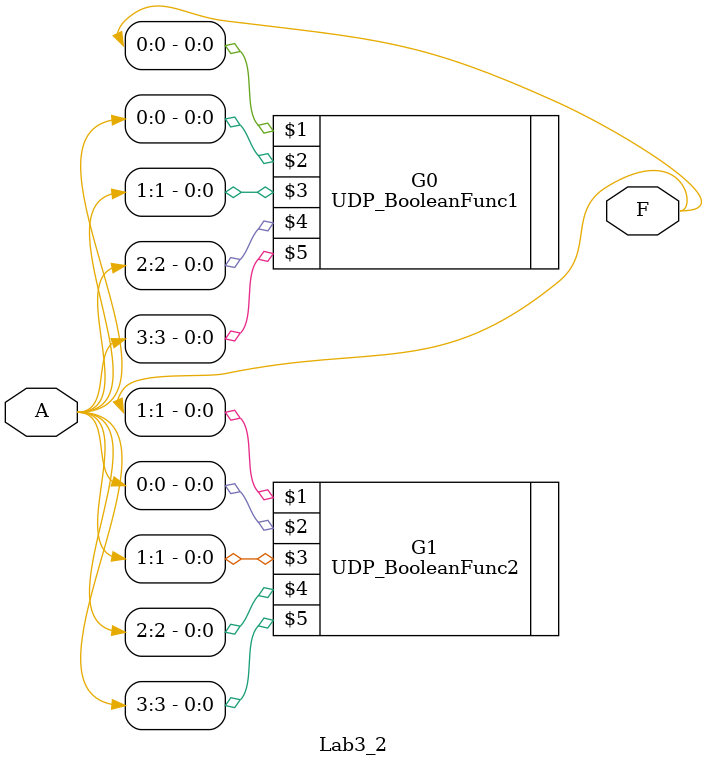
<source format=v>
module Lab3_2(F, A);
input[0:3] A;
output[0:1] F;

UDP_BooleanFunc1 G0(F[0], A[0], A[1], A[2], A[3]);
UDP_BooleanFunc2 G1(F[1], A[0], A[1], A[2], A[3]);
endmodule
</source>
